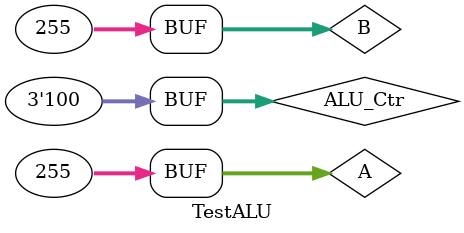
<source format=v>
`timescale 1ns / 1ps


module TestALU;

	// Inputs
	reg [31:0] A;
	reg [31:0] B;
	reg [2:0] ALU_Ctr;

	// Outputs
	wire [31:0] Result;
	wire Zero;

	// Instantiate the Unit Under Test (UUT)
	ALU uut (
		.A(A), 
		.B(B), 
		.ALU_Ctr(ALU_Ctr), 
		.Result(Result), 
		.Zero(Zero)
	);

	initial begin
		A = 32'h000000ff;
		B = 32'h000000cc;
		ALU_Ctr = 111;//³õÊ¼Îª111£¬´ËÊ±·µ»ØÈ«0
		#100;
		ALU_Ctr = 3'b000;//²âÊÔ¼Ó·¨
		#100;
		ALU_Ctr = 3'b100;//²âÊÔ¼õ·¨
		#100;
		ALU_Ctr = 3'b001;//²âÊÔÓë
		#100;
		ALU_Ctr = 3'b101;//²âÊÔ»ò
		#100;
		ALU_Ctr = 3'b010;//²âÊÔÒì»ò
		#100;
		ALU_Ctr = 3'b110;//²âÊÔBµÄ×óÒÆ16Î»
		#100;
		B = 32'h000000ff;
		ALU_Ctr = 3'b100;//²âÊÔ0±êÖ¾Î»
	end
      
endmodule


</source>
